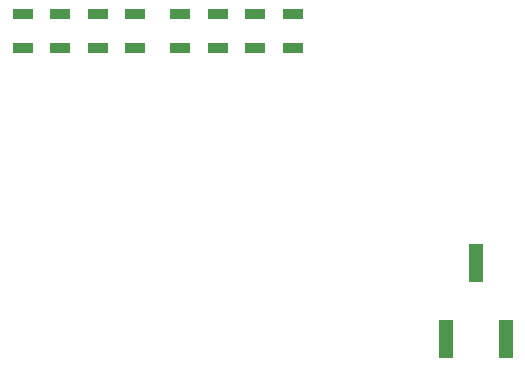
<source format=gbr>
G04 EAGLE Gerber RS-274X export*
G75*
%MOMM*%
%FSLAX34Y34*%
%LPD*%
%INSolderpaste Top*%
%IPPOS*%
%AMOC8*
5,1,8,0,0,1.08239X$1,22.5*%
G01*
%ADD10R,1.700000X0.900000*%
%ADD11R,1.200000X3.300000*%


D10*
X381000Y319300D03*
X381000Y290300D03*
X317500Y319300D03*
X317500Y290300D03*
X247650Y319300D03*
X247650Y290300D03*
X184150Y319300D03*
X184150Y290300D03*
X349250Y319300D03*
X349250Y290300D03*
X285750Y290300D03*
X285750Y319300D03*
X215900Y319300D03*
X215900Y290300D03*
X152400Y319300D03*
X152400Y290300D03*
D11*
X535940Y107950D03*
X510540Y43950D03*
X561340Y43950D03*
M02*

</source>
